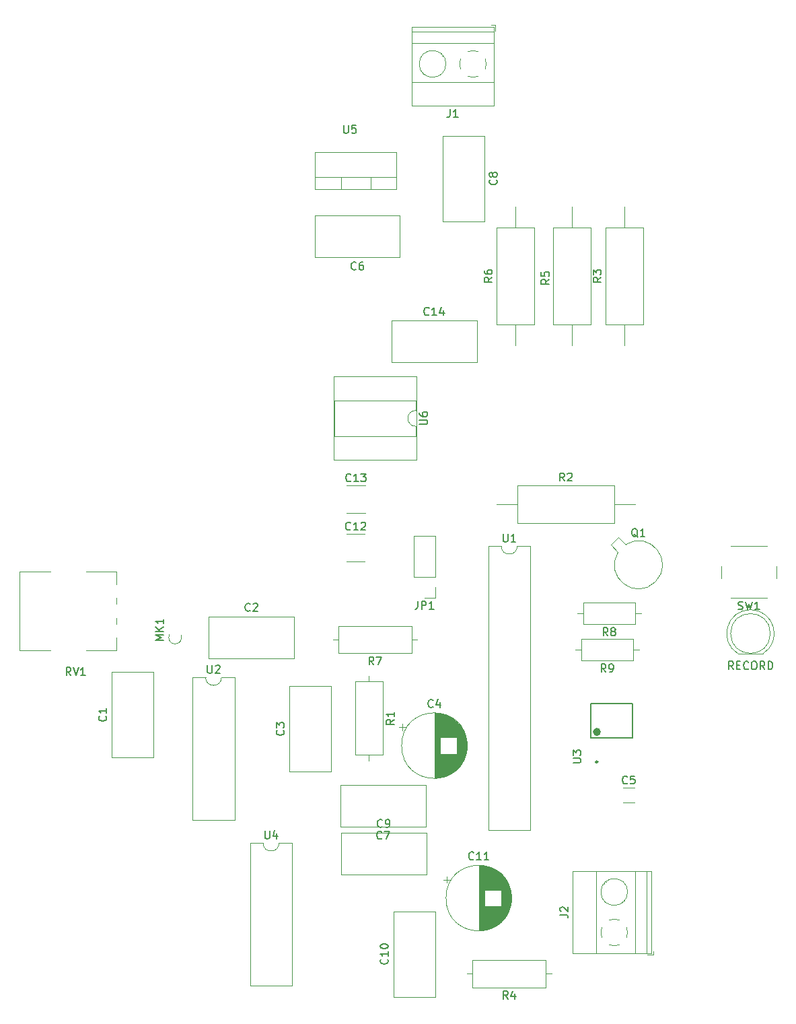
<source format=gbr>
%TF.GenerationSoftware,KiCad,Pcbnew,(5.1.10)-1*%
%TF.CreationDate,2021-11-16T23:10:03+01:00*%
%TF.ProjectId,Looper,4c6f6f70-6572-42e6-9b69-6361645f7063,rev?*%
%TF.SameCoordinates,Original*%
%TF.FileFunction,Legend,Top*%
%TF.FilePolarity,Positive*%
%FSLAX46Y46*%
G04 Gerber Fmt 4.6, Leading zero omitted, Abs format (unit mm)*
G04 Created by KiCad (PCBNEW (5.1.10)-1) date 2021-11-16 23:10:03*
%MOMM*%
%LPD*%
G01*
G04 APERTURE LIST*
%ADD10C,0.120000*%
%ADD11C,0.150000*%
%ADD12C,0.500000*%
%ADD13C,0.250000*%
G04 APERTURE END LIST*
D10*
%TO.C,SW1*%
X233661000Y-88313000D02*
X233661000Y-89813000D01*
X234911000Y-92313000D02*
X239411000Y-92313000D01*
X240661000Y-89813000D02*
X240661000Y-88313000D01*
X239411000Y-85813000D02*
X234911000Y-85813000D01*
%TO.C,R9*%
X215289000Y-98806000D02*
X216059000Y-98806000D01*
X223369000Y-98806000D02*
X222599000Y-98806000D01*
X216059000Y-100176000D02*
X222599000Y-100176000D01*
X216059000Y-97436000D02*
X216059000Y-100176000D01*
X222599000Y-97436000D02*
X216059000Y-97436000D01*
X222599000Y-100176000D02*
X222599000Y-97436000D01*
%TO.C,R8*%
X215543000Y-94234000D02*
X216313000Y-94234000D01*
X223623000Y-94234000D02*
X222853000Y-94234000D01*
X216313000Y-95604000D02*
X222853000Y-95604000D01*
X216313000Y-92864000D02*
X216313000Y-95604000D01*
X222853000Y-92864000D02*
X216313000Y-92864000D01*
X222853000Y-95604000D02*
X222853000Y-92864000D01*
%TO.C,Q1*%
X219781552Y-85643501D02*
X220693719Y-86555669D01*
X220771501Y-84653552D02*
X219781552Y-85643501D01*
X221683669Y-85565719D02*
X220771501Y-84653552D01*
X220693850Y-86555456D02*
G75*
G03*
X221683669Y-85565719I2572150J-1582544D01*
G01*
%TO.C,RECORD*%
X235818000Y-99334000D02*
X238908000Y-99334000D01*
X239863000Y-96774000D02*
G75*
G03*
X239863000Y-96774000I-2500000J0D01*
G01*
X237362538Y-93784000D02*
G75*
G02*
X238907830Y-99334000I462J-2990000D01*
G01*
X237363462Y-93784000D02*
G75*
G03*
X235818170Y-99334000I-462J-2990000D01*
G01*
%TO.C,J1*%
X205278000Y-20246000D02*
X204778000Y-20246000D01*
X205278000Y-20986000D02*
X205278000Y-20246000D01*
X198585000Y-24123000D02*
X198632000Y-24077000D01*
X196288000Y-26421000D02*
X196323000Y-26385000D01*
X198392000Y-23907000D02*
X198427000Y-23872000D01*
X196083000Y-26215000D02*
X196130000Y-26169000D01*
X194758000Y-30407000D02*
X194758000Y-20486000D01*
X205038000Y-30407000D02*
X205038000Y-20486000D01*
X205038000Y-20486000D02*
X194758000Y-20486000D01*
X205038000Y-30407000D02*
X194758000Y-30407000D01*
X205038000Y-27447000D02*
X194758000Y-27447000D01*
X205038000Y-22546000D02*
X194758000Y-22546000D01*
X205038000Y-21046000D02*
X194758000Y-21046000D01*
X199038000Y-25146000D02*
G75*
G03*
X199038000Y-25146000I-1680000J0D01*
G01*
X202409195Y-23465747D02*
G75*
G02*
X203122000Y-23611000I28805J-1680253D01*
G01*
X203973426Y-24462958D02*
G75*
G02*
X203973000Y-25830000I-1535426J-683042D01*
G01*
X203121042Y-26681426D02*
G75*
G02*
X201754000Y-26681000I-683042J1535426D01*
G01*
X200902574Y-25829042D02*
G75*
G02*
X200903000Y-24462000I1535426J683042D01*
G01*
X201754682Y-23611244D02*
G75*
G02*
X202438000Y-23466000I683318J-1534756D01*
G01*
%TO.C,U2*%
X168799000Y-102302000D02*
X167149000Y-102302000D01*
X167149000Y-102302000D02*
X167149000Y-120202000D01*
X167149000Y-120202000D02*
X172449000Y-120202000D01*
X172449000Y-120202000D02*
X172449000Y-102302000D01*
X172449000Y-102302000D02*
X170799000Y-102302000D01*
X170799000Y-102302000D02*
G75*
G02*
X168799000Y-102302000I-1000000J0D01*
G01*
%TO.C,R7*%
X184809000Y-97536000D02*
X185499000Y-97536000D01*
X195429000Y-97536000D02*
X194739000Y-97536000D01*
X185499000Y-99256000D02*
X194739000Y-99256000D01*
X185499000Y-95816000D02*
X185499000Y-99256000D01*
X194739000Y-95816000D02*
X185499000Y-95816000D01*
X194739000Y-99256000D02*
X194739000Y-95816000D01*
%TO.C,R4*%
X201700000Y-139573000D02*
X202390000Y-139573000D01*
X212320000Y-139573000D02*
X211630000Y-139573000D01*
X202390000Y-141293000D02*
X211630000Y-141293000D01*
X202390000Y-137853000D02*
X202390000Y-141293000D01*
X211630000Y-137853000D02*
X202390000Y-137853000D01*
X211630000Y-141293000D02*
X211630000Y-137853000D01*
%TO.C,R1*%
X189357000Y-112752000D02*
X189357000Y-112062000D01*
X189357000Y-102132000D02*
X189357000Y-102822000D01*
X191077000Y-112062000D02*
X191077000Y-102822000D01*
X187637000Y-112062000D02*
X191077000Y-112062000D01*
X187637000Y-102822000D02*
X187637000Y-112062000D01*
X191077000Y-102822000D02*
X187637000Y-102822000D01*
%TO.C,U6*%
X195319000Y-74973000D02*
X195319000Y-64473000D01*
X184919000Y-74973000D02*
X195319000Y-74973000D01*
X184919000Y-64473000D02*
X184919000Y-74973000D01*
X195319000Y-64473000D02*
X184919000Y-64473000D01*
X195259000Y-71973000D02*
X195259000Y-70723000D01*
X184979000Y-71973000D02*
X195259000Y-71973000D01*
X184979000Y-67473000D02*
X184979000Y-71973000D01*
X195259000Y-67473000D02*
X184979000Y-67473000D01*
X195259000Y-68723000D02*
X195259000Y-67473000D01*
X195259000Y-70723000D02*
G75*
G02*
X195259000Y-68723000I0J1000000D01*
G01*
%TO.C,C6*%
X193263000Y-49483000D02*
X182523000Y-49483000D01*
X193263000Y-44243000D02*
X182523000Y-44243000D01*
X193263000Y-49483000D02*
X193263000Y-44243000D01*
X182523000Y-49483000D02*
X182523000Y-44243000D01*
%TO.C,C14*%
X192182000Y-57451000D02*
X202922000Y-57451000D01*
X192182000Y-62691000D02*
X202922000Y-62691000D01*
X192182000Y-57451000D02*
X192182000Y-62691000D01*
X202922000Y-57451000D02*
X202922000Y-62691000D01*
%TO.C,U4*%
X176038000Y-123130000D02*
X174388000Y-123130000D01*
X174388000Y-123130000D02*
X174388000Y-141030000D01*
X174388000Y-141030000D02*
X179688000Y-141030000D01*
X179688000Y-141030000D02*
X179688000Y-123130000D01*
X179688000Y-123130000D02*
X178038000Y-123130000D01*
X178038000Y-123130000D02*
G75*
G02*
X176038000Y-123130000I-1000000J0D01*
G01*
%TO.C,C9*%
X185832000Y-121840000D02*
X196572000Y-121840000D01*
X185832000Y-127080000D02*
X196572000Y-127080000D01*
X185832000Y-121840000D02*
X185832000Y-127080000D01*
X196572000Y-121840000D02*
X196572000Y-127080000D01*
%TO.C,C10*%
X192452000Y-142463000D02*
X192452000Y-131723000D01*
X197692000Y-142463000D02*
X197692000Y-131723000D01*
X192452000Y-142463000D02*
X197692000Y-142463000D01*
X192452000Y-131723000D02*
X197692000Y-131723000D01*
%TO.C,C7*%
X196514200Y-121060200D02*
X185774200Y-121060200D01*
X196514200Y-115820200D02*
X185774200Y-115820200D01*
X196514200Y-121060200D02*
X196514200Y-115820200D01*
X185774200Y-121060200D02*
X185774200Y-115820200D01*
%TO.C,U5*%
X192826000Y-40862000D02*
X182586000Y-40862000D01*
X192826000Y-36221000D02*
X182586000Y-36221000D01*
X192826000Y-40862000D02*
X192826000Y-36221000D01*
X182586000Y-40862000D02*
X182586000Y-36221000D01*
X192826000Y-39352000D02*
X182586000Y-39352000D01*
X189556000Y-40862000D02*
X189556000Y-39352000D01*
X185855000Y-40862000D02*
X185855000Y-39352000D01*
%TO.C,C8*%
X203915000Y-34194000D02*
X203915000Y-44934000D01*
X198675000Y-34194000D02*
X198675000Y-44934000D01*
X203915000Y-34194000D02*
X198675000Y-34194000D01*
X203915000Y-44934000D02*
X198675000Y-44934000D01*
D11*
%TO.C,U3*%
X222543200Y-109904468D02*
X217283200Y-109904468D01*
X217283200Y-109904468D02*
X217283200Y-105589132D01*
X217283200Y-105589132D02*
X222543200Y-105589132D01*
X222543200Y-105589132D02*
X222543200Y-109904468D01*
D12*
X218283200Y-109154468D02*
G75*
G03*
X218283200Y-109154468I-250000J0D01*
G01*
D13*
X218133200Y-112919900D02*
G75*
G03*
X218133200Y-112919900I-125000J0D01*
G01*
D10*
%TO.C,C5*%
X221323248Y-116184000D02*
X222745752Y-116184000D01*
X221323248Y-118004000D02*
X222745752Y-118004000D01*
%TO.C,C3*%
X179371000Y-114142000D02*
X179371000Y-103402000D01*
X184611000Y-114142000D02*
X184611000Y-103402000D01*
X179371000Y-114142000D02*
X184611000Y-114142000D01*
X179371000Y-103402000D02*
X184611000Y-103402000D01*
%TO.C,C2*%
X169195000Y-94662000D02*
X179935000Y-94662000D01*
X169195000Y-99902000D02*
X179935000Y-99902000D01*
X169195000Y-94662000D02*
X169195000Y-99902000D01*
X179935000Y-94662000D02*
X179935000Y-99902000D01*
%TO.C,C1*%
X157019000Y-112364000D02*
X157019000Y-101624000D01*
X162259000Y-112364000D02*
X162259000Y-101624000D01*
X157019000Y-112364000D02*
X162259000Y-112364000D01*
X157019000Y-101624000D02*
X162259000Y-101624000D01*
%TO.C,MK1*%
X165722359Y-96961905D02*
G75*
G02*
X164273000Y-96864867I-749359J-320095D01*
G01*
%TO.C,U1*%
X206010000Y-85792000D02*
X204360000Y-85792000D01*
X204360000Y-85792000D02*
X204360000Y-121472000D01*
X204360000Y-121472000D02*
X209660000Y-121472000D01*
X209660000Y-121472000D02*
X209660000Y-85792000D01*
X209660000Y-85792000D02*
X208010000Y-85792000D01*
X208010000Y-85792000D02*
G75*
G02*
X206010000Y-85792000I-1000000J0D01*
G01*
%TO.C,RV1*%
X157616000Y-98910000D02*
X153751000Y-98910000D01*
X149241000Y-98910000D02*
X145376000Y-98910000D01*
X157616000Y-88970000D02*
X153751000Y-88970000D01*
X149241000Y-88970000D02*
X145376000Y-88970000D01*
X157616000Y-98910000D02*
X157616000Y-97311000D01*
X157616000Y-95569000D02*
X157616000Y-94810000D01*
X157616000Y-93069000D02*
X157616000Y-92310000D01*
X157616000Y-90570000D02*
X157616000Y-88970000D01*
X145376000Y-98910000D02*
X145376000Y-88970000D01*
%TO.C,R6*%
X205402000Y-57886000D02*
X210142000Y-57886000D01*
X210142000Y-57886000D02*
X210142000Y-45746000D01*
X210142000Y-45746000D02*
X205402000Y-45746000D01*
X205402000Y-45746000D02*
X205402000Y-57886000D01*
X207772000Y-60536000D02*
X207772000Y-57886000D01*
X207772000Y-43096000D02*
X207772000Y-45746000D01*
%TO.C,R5*%
X217254000Y-45746000D02*
X212514000Y-45746000D01*
X212514000Y-45746000D02*
X212514000Y-57886000D01*
X212514000Y-57886000D02*
X217254000Y-57886000D01*
X217254000Y-57886000D02*
X217254000Y-45746000D01*
X214884000Y-43096000D02*
X214884000Y-45746000D01*
X214884000Y-60536000D02*
X214884000Y-57886000D01*
%TO.C,R3*%
X219118000Y-57886000D02*
X223858000Y-57886000D01*
X223858000Y-57886000D02*
X223858000Y-45746000D01*
X223858000Y-45746000D02*
X219118000Y-45746000D01*
X219118000Y-45746000D02*
X219118000Y-57886000D01*
X221488000Y-60536000D02*
X221488000Y-57886000D01*
X221488000Y-43096000D02*
X221488000Y-45746000D01*
%TO.C,R2*%
X208052000Y-78148000D02*
X208052000Y-82888000D01*
X208052000Y-82888000D02*
X220192000Y-82888000D01*
X220192000Y-82888000D02*
X220192000Y-78148000D01*
X220192000Y-78148000D02*
X208052000Y-78148000D01*
X205402000Y-80518000D02*
X208052000Y-80518000D01*
X222842000Y-80518000D02*
X220192000Y-80518000D01*
%TO.C,JP1*%
X197672000Y-84522000D02*
X195012000Y-84522000D01*
X197672000Y-89662000D02*
X197672000Y-84522000D01*
X195012000Y-89662000D02*
X195012000Y-84522000D01*
X197672000Y-89662000D02*
X195012000Y-89662000D01*
X197672000Y-90932000D02*
X197672000Y-92262000D01*
X197672000Y-92262000D02*
X196342000Y-92262000D01*
%TO.C,J2*%
X221898000Y-129286000D02*
G75*
G03*
X221898000Y-129286000I-1680000J0D01*
G01*
X224318000Y-136966000D02*
X224318000Y-126686000D01*
X222818000Y-136966000D02*
X222818000Y-126686000D01*
X217917000Y-136966000D02*
X217917000Y-126686000D01*
X214957000Y-136966000D02*
X214957000Y-126686000D01*
X224878000Y-136966000D02*
X224878000Y-126686000D01*
X214957000Y-136966000D02*
X224878000Y-136966000D01*
X214957000Y-126686000D02*
X224878000Y-126686000D01*
X219149000Y-128011000D02*
X219195000Y-128058000D01*
X221457000Y-130320000D02*
X221492000Y-130355000D01*
X218943000Y-128216000D02*
X218979000Y-128251000D01*
X221241000Y-130513000D02*
X221287000Y-130560000D01*
X224378000Y-137206000D02*
X225118000Y-137206000D01*
X225118000Y-137206000D02*
X225118000Y-136706000D01*
X221898253Y-134337195D02*
G75*
G02*
X221753000Y-135050000I-1680253J-28805D01*
G01*
X220901042Y-135901426D02*
G75*
G02*
X219534000Y-135901000I-683042J1535426D01*
G01*
X218682574Y-135049042D02*
G75*
G02*
X218683000Y-133682000I1535426J683042D01*
G01*
X219534958Y-132830574D02*
G75*
G02*
X220902000Y-132831000I683042J-1535426D01*
G01*
X221752756Y-133682682D02*
G75*
G02*
X221898000Y-134366000I-1534756J-683318D01*
G01*
%TO.C,C13*%
X186544748Y-78173000D02*
X188867252Y-78173000D01*
X186544748Y-81593000D02*
X188867252Y-81593000D01*
%TO.C,C12*%
X186523248Y-84269000D02*
X188845752Y-84269000D01*
X186523248Y-87689000D02*
X188845752Y-87689000D01*
%TO.C,C11*%
X207292000Y-130048000D02*
G75*
G03*
X207292000Y-130048000I-4120000J0D01*
G01*
X203172000Y-125968000D02*
X203172000Y-134128000D01*
X203212000Y-125968000D02*
X203212000Y-134128000D01*
X203252000Y-125968000D02*
X203252000Y-134128000D01*
X203292000Y-125969000D02*
X203292000Y-134127000D01*
X203332000Y-125971000D02*
X203332000Y-134125000D01*
X203372000Y-125972000D02*
X203372000Y-134124000D01*
X203412000Y-125974000D02*
X203412000Y-134122000D01*
X203452000Y-125977000D02*
X203452000Y-134119000D01*
X203492000Y-125980000D02*
X203492000Y-134116000D01*
X203532000Y-125983000D02*
X203532000Y-134113000D01*
X203572000Y-125987000D02*
X203572000Y-134109000D01*
X203612000Y-125991000D02*
X203612000Y-134105000D01*
X203652000Y-125996000D02*
X203652000Y-134100000D01*
X203692000Y-126000000D02*
X203692000Y-134096000D01*
X203732000Y-126006000D02*
X203732000Y-134090000D01*
X203772000Y-126011000D02*
X203772000Y-134085000D01*
X203812000Y-126018000D02*
X203812000Y-134078000D01*
X203852000Y-126024000D02*
X203852000Y-134072000D01*
X203893000Y-126031000D02*
X203893000Y-129008000D01*
X203893000Y-131088000D02*
X203893000Y-134065000D01*
X203933000Y-126038000D02*
X203933000Y-129008000D01*
X203933000Y-131088000D02*
X203933000Y-134058000D01*
X203973000Y-126046000D02*
X203973000Y-129008000D01*
X203973000Y-131088000D02*
X203973000Y-134050000D01*
X204013000Y-126054000D02*
X204013000Y-129008000D01*
X204013000Y-131088000D02*
X204013000Y-134042000D01*
X204053000Y-126063000D02*
X204053000Y-129008000D01*
X204053000Y-131088000D02*
X204053000Y-134033000D01*
X204093000Y-126072000D02*
X204093000Y-129008000D01*
X204093000Y-131088000D02*
X204093000Y-134024000D01*
X204133000Y-126081000D02*
X204133000Y-129008000D01*
X204133000Y-131088000D02*
X204133000Y-134015000D01*
X204173000Y-126091000D02*
X204173000Y-129008000D01*
X204173000Y-131088000D02*
X204173000Y-134005000D01*
X204213000Y-126101000D02*
X204213000Y-129008000D01*
X204213000Y-131088000D02*
X204213000Y-133995000D01*
X204253000Y-126112000D02*
X204253000Y-129008000D01*
X204253000Y-131088000D02*
X204253000Y-133984000D01*
X204293000Y-126123000D02*
X204293000Y-129008000D01*
X204293000Y-131088000D02*
X204293000Y-133973000D01*
X204333000Y-126134000D02*
X204333000Y-129008000D01*
X204333000Y-131088000D02*
X204333000Y-133962000D01*
X204373000Y-126146000D02*
X204373000Y-129008000D01*
X204373000Y-131088000D02*
X204373000Y-133950000D01*
X204413000Y-126159000D02*
X204413000Y-129008000D01*
X204413000Y-131088000D02*
X204413000Y-133937000D01*
X204453000Y-126171000D02*
X204453000Y-129008000D01*
X204453000Y-131088000D02*
X204453000Y-133925000D01*
X204493000Y-126185000D02*
X204493000Y-129008000D01*
X204493000Y-131088000D02*
X204493000Y-133911000D01*
X204533000Y-126198000D02*
X204533000Y-129008000D01*
X204533000Y-131088000D02*
X204533000Y-133898000D01*
X204573000Y-126213000D02*
X204573000Y-129008000D01*
X204573000Y-131088000D02*
X204573000Y-133883000D01*
X204613000Y-126227000D02*
X204613000Y-129008000D01*
X204613000Y-131088000D02*
X204613000Y-133869000D01*
X204653000Y-126243000D02*
X204653000Y-129008000D01*
X204653000Y-131088000D02*
X204653000Y-133853000D01*
X204693000Y-126258000D02*
X204693000Y-129008000D01*
X204693000Y-131088000D02*
X204693000Y-133838000D01*
X204733000Y-126274000D02*
X204733000Y-129008000D01*
X204733000Y-131088000D02*
X204733000Y-133822000D01*
X204773000Y-126291000D02*
X204773000Y-129008000D01*
X204773000Y-131088000D02*
X204773000Y-133805000D01*
X204813000Y-126308000D02*
X204813000Y-129008000D01*
X204813000Y-131088000D02*
X204813000Y-133788000D01*
X204853000Y-126326000D02*
X204853000Y-129008000D01*
X204853000Y-131088000D02*
X204853000Y-133770000D01*
X204893000Y-126344000D02*
X204893000Y-129008000D01*
X204893000Y-131088000D02*
X204893000Y-133752000D01*
X204933000Y-126362000D02*
X204933000Y-129008000D01*
X204933000Y-131088000D02*
X204933000Y-133734000D01*
X204973000Y-126382000D02*
X204973000Y-129008000D01*
X204973000Y-131088000D02*
X204973000Y-133714000D01*
X205013000Y-126401000D02*
X205013000Y-129008000D01*
X205013000Y-131088000D02*
X205013000Y-133695000D01*
X205053000Y-126421000D02*
X205053000Y-129008000D01*
X205053000Y-131088000D02*
X205053000Y-133675000D01*
X205093000Y-126442000D02*
X205093000Y-129008000D01*
X205093000Y-131088000D02*
X205093000Y-133654000D01*
X205133000Y-126464000D02*
X205133000Y-129008000D01*
X205133000Y-131088000D02*
X205133000Y-133632000D01*
X205173000Y-126486000D02*
X205173000Y-129008000D01*
X205173000Y-131088000D02*
X205173000Y-133610000D01*
X205213000Y-126508000D02*
X205213000Y-129008000D01*
X205213000Y-131088000D02*
X205213000Y-133588000D01*
X205253000Y-126531000D02*
X205253000Y-129008000D01*
X205253000Y-131088000D02*
X205253000Y-133565000D01*
X205293000Y-126555000D02*
X205293000Y-129008000D01*
X205293000Y-131088000D02*
X205293000Y-133541000D01*
X205333000Y-126579000D02*
X205333000Y-129008000D01*
X205333000Y-131088000D02*
X205333000Y-133517000D01*
X205373000Y-126604000D02*
X205373000Y-129008000D01*
X205373000Y-131088000D02*
X205373000Y-133492000D01*
X205413000Y-126630000D02*
X205413000Y-129008000D01*
X205413000Y-131088000D02*
X205413000Y-133466000D01*
X205453000Y-126656000D02*
X205453000Y-129008000D01*
X205453000Y-131088000D02*
X205453000Y-133440000D01*
X205493000Y-126683000D02*
X205493000Y-129008000D01*
X205493000Y-131088000D02*
X205493000Y-133413000D01*
X205533000Y-126710000D02*
X205533000Y-129008000D01*
X205533000Y-131088000D02*
X205533000Y-133386000D01*
X205573000Y-126739000D02*
X205573000Y-129008000D01*
X205573000Y-131088000D02*
X205573000Y-133357000D01*
X205613000Y-126768000D02*
X205613000Y-129008000D01*
X205613000Y-131088000D02*
X205613000Y-133328000D01*
X205653000Y-126798000D02*
X205653000Y-129008000D01*
X205653000Y-131088000D02*
X205653000Y-133298000D01*
X205693000Y-126828000D02*
X205693000Y-129008000D01*
X205693000Y-131088000D02*
X205693000Y-133268000D01*
X205733000Y-126859000D02*
X205733000Y-129008000D01*
X205733000Y-131088000D02*
X205733000Y-133237000D01*
X205773000Y-126892000D02*
X205773000Y-129008000D01*
X205773000Y-131088000D02*
X205773000Y-133204000D01*
X205813000Y-126924000D02*
X205813000Y-129008000D01*
X205813000Y-131088000D02*
X205813000Y-133172000D01*
X205853000Y-126958000D02*
X205853000Y-129008000D01*
X205853000Y-131088000D02*
X205853000Y-133138000D01*
X205893000Y-126993000D02*
X205893000Y-129008000D01*
X205893000Y-131088000D02*
X205893000Y-133103000D01*
X205933000Y-127029000D02*
X205933000Y-129008000D01*
X205933000Y-131088000D02*
X205933000Y-133067000D01*
X205973000Y-127065000D02*
X205973000Y-133031000D01*
X206013000Y-127103000D02*
X206013000Y-132993000D01*
X206053000Y-127141000D02*
X206053000Y-132955000D01*
X206093000Y-127181000D02*
X206093000Y-132915000D01*
X206133000Y-127222000D02*
X206133000Y-132874000D01*
X206173000Y-127264000D02*
X206173000Y-132832000D01*
X206213000Y-127307000D02*
X206213000Y-132789000D01*
X206253000Y-127351000D02*
X206253000Y-132745000D01*
X206293000Y-127397000D02*
X206293000Y-132699000D01*
X206333000Y-127444000D02*
X206333000Y-132652000D01*
X206373000Y-127492000D02*
X206373000Y-132604000D01*
X206413000Y-127543000D02*
X206413000Y-132553000D01*
X206453000Y-127594000D02*
X206453000Y-132502000D01*
X206493000Y-127648000D02*
X206493000Y-132448000D01*
X206533000Y-127703000D02*
X206533000Y-132393000D01*
X206573000Y-127761000D02*
X206573000Y-132335000D01*
X206613000Y-127820000D02*
X206613000Y-132276000D01*
X206653000Y-127882000D02*
X206653000Y-132214000D01*
X206693000Y-127946000D02*
X206693000Y-132150000D01*
X206733000Y-128014000D02*
X206733000Y-132082000D01*
X206773000Y-128084000D02*
X206773000Y-132012000D01*
X206813000Y-128158000D02*
X206813000Y-131938000D01*
X206853000Y-128235000D02*
X206853000Y-131861000D01*
X206893000Y-128317000D02*
X206893000Y-131779000D01*
X206933000Y-128403000D02*
X206933000Y-131693000D01*
X206973000Y-128496000D02*
X206973000Y-131600000D01*
X207013000Y-128595000D02*
X207013000Y-131501000D01*
X207053000Y-128702000D02*
X207053000Y-131394000D01*
X207093000Y-128819000D02*
X207093000Y-131277000D01*
X207133000Y-128950000D02*
X207133000Y-131146000D01*
X207173000Y-129100000D02*
X207173000Y-130996000D01*
X207213000Y-129280000D02*
X207213000Y-130816000D01*
X207253000Y-129515000D02*
X207253000Y-130581000D01*
X198762302Y-127733000D02*
X199562302Y-127733000D01*
X199162302Y-127333000D02*
X199162302Y-128133000D01*
%TO.C,C4*%
X201704000Y-110871000D02*
G75*
G03*
X201704000Y-110871000I-4120000J0D01*
G01*
X197584000Y-106791000D02*
X197584000Y-114951000D01*
X197624000Y-106791000D02*
X197624000Y-114951000D01*
X197664000Y-106791000D02*
X197664000Y-114951000D01*
X197704000Y-106792000D02*
X197704000Y-114950000D01*
X197744000Y-106794000D02*
X197744000Y-114948000D01*
X197784000Y-106795000D02*
X197784000Y-114947000D01*
X197824000Y-106797000D02*
X197824000Y-114945000D01*
X197864000Y-106800000D02*
X197864000Y-114942000D01*
X197904000Y-106803000D02*
X197904000Y-114939000D01*
X197944000Y-106806000D02*
X197944000Y-114936000D01*
X197984000Y-106810000D02*
X197984000Y-114932000D01*
X198024000Y-106814000D02*
X198024000Y-114928000D01*
X198064000Y-106819000D02*
X198064000Y-114923000D01*
X198104000Y-106823000D02*
X198104000Y-114919000D01*
X198144000Y-106829000D02*
X198144000Y-114913000D01*
X198184000Y-106834000D02*
X198184000Y-114908000D01*
X198224000Y-106841000D02*
X198224000Y-114901000D01*
X198264000Y-106847000D02*
X198264000Y-114895000D01*
X198305000Y-106854000D02*
X198305000Y-109831000D01*
X198305000Y-111911000D02*
X198305000Y-114888000D01*
X198345000Y-106861000D02*
X198345000Y-109831000D01*
X198345000Y-111911000D02*
X198345000Y-114881000D01*
X198385000Y-106869000D02*
X198385000Y-109831000D01*
X198385000Y-111911000D02*
X198385000Y-114873000D01*
X198425000Y-106877000D02*
X198425000Y-109831000D01*
X198425000Y-111911000D02*
X198425000Y-114865000D01*
X198465000Y-106886000D02*
X198465000Y-109831000D01*
X198465000Y-111911000D02*
X198465000Y-114856000D01*
X198505000Y-106895000D02*
X198505000Y-109831000D01*
X198505000Y-111911000D02*
X198505000Y-114847000D01*
X198545000Y-106904000D02*
X198545000Y-109831000D01*
X198545000Y-111911000D02*
X198545000Y-114838000D01*
X198585000Y-106914000D02*
X198585000Y-109831000D01*
X198585000Y-111911000D02*
X198585000Y-114828000D01*
X198625000Y-106924000D02*
X198625000Y-109831000D01*
X198625000Y-111911000D02*
X198625000Y-114818000D01*
X198665000Y-106935000D02*
X198665000Y-109831000D01*
X198665000Y-111911000D02*
X198665000Y-114807000D01*
X198705000Y-106946000D02*
X198705000Y-109831000D01*
X198705000Y-111911000D02*
X198705000Y-114796000D01*
X198745000Y-106957000D02*
X198745000Y-109831000D01*
X198745000Y-111911000D02*
X198745000Y-114785000D01*
X198785000Y-106969000D02*
X198785000Y-109831000D01*
X198785000Y-111911000D02*
X198785000Y-114773000D01*
X198825000Y-106982000D02*
X198825000Y-109831000D01*
X198825000Y-111911000D02*
X198825000Y-114760000D01*
X198865000Y-106994000D02*
X198865000Y-109831000D01*
X198865000Y-111911000D02*
X198865000Y-114748000D01*
X198905000Y-107008000D02*
X198905000Y-109831000D01*
X198905000Y-111911000D02*
X198905000Y-114734000D01*
X198945000Y-107021000D02*
X198945000Y-109831000D01*
X198945000Y-111911000D02*
X198945000Y-114721000D01*
X198985000Y-107036000D02*
X198985000Y-109831000D01*
X198985000Y-111911000D02*
X198985000Y-114706000D01*
X199025000Y-107050000D02*
X199025000Y-109831000D01*
X199025000Y-111911000D02*
X199025000Y-114692000D01*
X199065000Y-107066000D02*
X199065000Y-109831000D01*
X199065000Y-111911000D02*
X199065000Y-114676000D01*
X199105000Y-107081000D02*
X199105000Y-109831000D01*
X199105000Y-111911000D02*
X199105000Y-114661000D01*
X199145000Y-107097000D02*
X199145000Y-109831000D01*
X199145000Y-111911000D02*
X199145000Y-114645000D01*
X199185000Y-107114000D02*
X199185000Y-109831000D01*
X199185000Y-111911000D02*
X199185000Y-114628000D01*
X199225000Y-107131000D02*
X199225000Y-109831000D01*
X199225000Y-111911000D02*
X199225000Y-114611000D01*
X199265000Y-107149000D02*
X199265000Y-109831000D01*
X199265000Y-111911000D02*
X199265000Y-114593000D01*
X199305000Y-107167000D02*
X199305000Y-109831000D01*
X199305000Y-111911000D02*
X199305000Y-114575000D01*
X199345000Y-107185000D02*
X199345000Y-109831000D01*
X199345000Y-111911000D02*
X199345000Y-114557000D01*
X199385000Y-107205000D02*
X199385000Y-109831000D01*
X199385000Y-111911000D02*
X199385000Y-114537000D01*
X199425000Y-107224000D02*
X199425000Y-109831000D01*
X199425000Y-111911000D02*
X199425000Y-114518000D01*
X199465000Y-107244000D02*
X199465000Y-109831000D01*
X199465000Y-111911000D02*
X199465000Y-114498000D01*
X199505000Y-107265000D02*
X199505000Y-109831000D01*
X199505000Y-111911000D02*
X199505000Y-114477000D01*
X199545000Y-107287000D02*
X199545000Y-109831000D01*
X199545000Y-111911000D02*
X199545000Y-114455000D01*
X199585000Y-107309000D02*
X199585000Y-109831000D01*
X199585000Y-111911000D02*
X199585000Y-114433000D01*
X199625000Y-107331000D02*
X199625000Y-109831000D01*
X199625000Y-111911000D02*
X199625000Y-114411000D01*
X199665000Y-107354000D02*
X199665000Y-109831000D01*
X199665000Y-111911000D02*
X199665000Y-114388000D01*
X199705000Y-107378000D02*
X199705000Y-109831000D01*
X199705000Y-111911000D02*
X199705000Y-114364000D01*
X199745000Y-107402000D02*
X199745000Y-109831000D01*
X199745000Y-111911000D02*
X199745000Y-114340000D01*
X199785000Y-107427000D02*
X199785000Y-109831000D01*
X199785000Y-111911000D02*
X199785000Y-114315000D01*
X199825000Y-107453000D02*
X199825000Y-109831000D01*
X199825000Y-111911000D02*
X199825000Y-114289000D01*
X199865000Y-107479000D02*
X199865000Y-109831000D01*
X199865000Y-111911000D02*
X199865000Y-114263000D01*
X199905000Y-107506000D02*
X199905000Y-109831000D01*
X199905000Y-111911000D02*
X199905000Y-114236000D01*
X199945000Y-107533000D02*
X199945000Y-109831000D01*
X199945000Y-111911000D02*
X199945000Y-114209000D01*
X199985000Y-107562000D02*
X199985000Y-109831000D01*
X199985000Y-111911000D02*
X199985000Y-114180000D01*
X200025000Y-107591000D02*
X200025000Y-109831000D01*
X200025000Y-111911000D02*
X200025000Y-114151000D01*
X200065000Y-107621000D02*
X200065000Y-109831000D01*
X200065000Y-111911000D02*
X200065000Y-114121000D01*
X200105000Y-107651000D02*
X200105000Y-109831000D01*
X200105000Y-111911000D02*
X200105000Y-114091000D01*
X200145000Y-107682000D02*
X200145000Y-109831000D01*
X200145000Y-111911000D02*
X200145000Y-114060000D01*
X200185000Y-107715000D02*
X200185000Y-109831000D01*
X200185000Y-111911000D02*
X200185000Y-114027000D01*
X200225000Y-107747000D02*
X200225000Y-109831000D01*
X200225000Y-111911000D02*
X200225000Y-113995000D01*
X200265000Y-107781000D02*
X200265000Y-109831000D01*
X200265000Y-111911000D02*
X200265000Y-113961000D01*
X200305000Y-107816000D02*
X200305000Y-109831000D01*
X200305000Y-111911000D02*
X200305000Y-113926000D01*
X200345000Y-107852000D02*
X200345000Y-109831000D01*
X200345000Y-111911000D02*
X200345000Y-113890000D01*
X200385000Y-107888000D02*
X200385000Y-113854000D01*
X200425000Y-107926000D02*
X200425000Y-113816000D01*
X200465000Y-107964000D02*
X200465000Y-113778000D01*
X200505000Y-108004000D02*
X200505000Y-113738000D01*
X200545000Y-108045000D02*
X200545000Y-113697000D01*
X200585000Y-108087000D02*
X200585000Y-113655000D01*
X200625000Y-108130000D02*
X200625000Y-113612000D01*
X200665000Y-108174000D02*
X200665000Y-113568000D01*
X200705000Y-108220000D02*
X200705000Y-113522000D01*
X200745000Y-108267000D02*
X200745000Y-113475000D01*
X200785000Y-108315000D02*
X200785000Y-113427000D01*
X200825000Y-108366000D02*
X200825000Y-113376000D01*
X200865000Y-108417000D02*
X200865000Y-113325000D01*
X200905000Y-108471000D02*
X200905000Y-113271000D01*
X200945000Y-108526000D02*
X200945000Y-113216000D01*
X200985000Y-108584000D02*
X200985000Y-113158000D01*
X201025000Y-108643000D02*
X201025000Y-113099000D01*
X201065000Y-108705000D02*
X201065000Y-113037000D01*
X201105000Y-108769000D02*
X201105000Y-112973000D01*
X201145000Y-108837000D02*
X201145000Y-112905000D01*
X201185000Y-108907000D02*
X201185000Y-112835000D01*
X201225000Y-108981000D02*
X201225000Y-112761000D01*
X201265000Y-109058000D02*
X201265000Y-112684000D01*
X201305000Y-109140000D02*
X201305000Y-112602000D01*
X201345000Y-109226000D02*
X201345000Y-112516000D01*
X201385000Y-109319000D02*
X201385000Y-112423000D01*
X201425000Y-109418000D02*
X201425000Y-112324000D01*
X201465000Y-109525000D02*
X201465000Y-112217000D01*
X201505000Y-109642000D02*
X201505000Y-112100000D01*
X201545000Y-109773000D02*
X201545000Y-111969000D01*
X201585000Y-109923000D02*
X201585000Y-111819000D01*
X201625000Y-110103000D02*
X201625000Y-111639000D01*
X201665000Y-110338000D02*
X201665000Y-111404000D01*
X193174302Y-108556000D02*
X193974302Y-108556000D01*
X193574302Y-108156000D02*
X193574302Y-108956000D01*
%TO.C,SW1*%
D11*
X235827666Y-93717761D02*
X235970523Y-93765380D01*
X236208619Y-93765380D01*
X236303857Y-93717761D01*
X236351476Y-93670142D01*
X236399095Y-93574904D01*
X236399095Y-93479666D01*
X236351476Y-93384428D01*
X236303857Y-93336809D01*
X236208619Y-93289190D01*
X236018142Y-93241571D01*
X235922904Y-93193952D01*
X235875285Y-93146333D01*
X235827666Y-93051095D01*
X235827666Y-92955857D01*
X235875285Y-92860619D01*
X235922904Y-92813000D01*
X236018142Y-92765380D01*
X236256238Y-92765380D01*
X236399095Y-92813000D01*
X236732428Y-92765380D02*
X236970523Y-93765380D01*
X237161000Y-93051095D01*
X237351476Y-93765380D01*
X237589571Y-92765380D01*
X238494333Y-93765380D02*
X237922904Y-93765380D01*
X238208619Y-93765380D02*
X238208619Y-92765380D01*
X238113380Y-92908238D01*
X238018142Y-93003476D01*
X237922904Y-93051095D01*
%TO.C,R9*%
X219162333Y-101628380D02*
X218829000Y-101152190D01*
X218590904Y-101628380D02*
X218590904Y-100628380D01*
X218971857Y-100628380D01*
X219067095Y-100676000D01*
X219114714Y-100723619D01*
X219162333Y-100818857D01*
X219162333Y-100961714D01*
X219114714Y-101056952D01*
X219067095Y-101104571D01*
X218971857Y-101152190D01*
X218590904Y-101152190D01*
X219638523Y-101628380D02*
X219829000Y-101628380D01*
X219924238Y-101580761D01*
X219971857Y-101533142D01*
X220067095Y-101390285D01*
X220114714Y-101199809D01*
X220114714Y-100818857D01*
X220067095Y-100723619D01*
X220019476Y-100676000D01*
X219924238Y-100628380D01*
X219733761Y-100628380D01*
X219638523Y-100676000D01*
X219590904Y-100723619D01*
X219543285Y-100818857D01*
X219543285Y-101056952D01*
X219590904Y-101152190D01*
X219638523Y-101199809D01*
X219733761Y-101247428D01*
X219924238Y-101247428D01*
X220019476Y-101199809D01*
X220067095Y-101152190D01*
X220114714Y-101056952D01*
%TO.C,R8*%
X219416333Y-97056380D02*
X219083000Y-96580190D01*
X218844904Y-97056380D02*
X218844904Y-96056380D01*
X219225857Y-96056380D01*
X219321095Y-96104000D01*
X219368714Y-96151619D01*
X219416333Y-96246857D01*
X219416333Y-96389714D01*
X219368714Y-96484952D01*
X219321095Y-96532571D01*
X219225857Y-96580190D01*
X218844904Y-96580190D01*
X219987761Y-96484952D02*
X219892523Y-96437333D01*
X219844904Y-96389714D01*
X219797285Y-96294476D01*
X219797285Y-96246857D01*
X219844904Y-96151619D01*
X219892523Y-96104000D01*
X219987761Y-96056380D01*
X220178238Y-96056380D01*
X220273476Y-96104000D01*
X220321095Y-96151619D01*
X220368714Y-96246857D01*
X220368714Y-96294476D01*
X220321095Y-96389714D01*
X220273476Y-96437333D01*
X220178238Y-96484952D01*
X219987761Y-96484952D01*
X219892523Y-96532571D01*
X219844904Y-96580190D01*
X219797285Y-96675428D01*
X219797285Y-96865904D01*
X219844904Y-96961142D01*
X219892523Y-97008761D01*
X219987761Y-97056380D01*
X220178238Y-97056380D01*
X220273476Y-97008761D01*
X220321095Y-96961142D01*
X220368714Y-96865904D01*
X220368714Y-96675428D01*
X220321095Y-96580190D01*
X220273476Y-96532571D01*
X220178238Y-96484952D01*
%TO.C,Q1*%
X223170761Y-84665619D02*
X223075523Y-84618000D01*
X222980285Y-84522761D01*
X222837428Y-84379904D01*
X222742190Y-84332285D01*
X222646952Y-84332285D01*
X222694571Y-84570380D02*
X222599333Y-84522761D01*
X222504095Y-84427523D01*
X222456476Y-84237047D01*
X222456476Y-83903714D01*
X222504095Y-83713238D01*
X222599333Y-83618000D01*
X222694571Y-83570380D01*
X222885047Y-83570380D01*
X222980285Y-83618000D01*
X223075523Y-83713238D01*
X223123142Y-83903714D01*
X223123142Y-84237047D01*
X223075523Y-84427523D01*
X222980285Y-84522761D01*
X222885047Y-84570380D01*
X222694571Y-84570380D01*
X224075523Y-84570380D02*
X223504095Y-84570380D01*
X223789809Y-84570380D02*
X223789809Y-83570380D01*
X223694571Y-83713238D01*
X223599333Y-83808476D01*
X223504095Y-83856095D01*
%TO.C,RECORD*%
X235196333Y-101290380D02*
X234863000Y-100814190D01*
X234624904Y-101290380D02*
X234624904Y-100290380D01*
X235005857Y-100290380D01*
X235101095Y-100338000D01*
X235148714Y-100385619D01*
X235196333Y-100480857D01*
X235196333Y-100623714D01*
X235148714Y-100718952D01*
X235101095Y-100766571D01*
X235005857Y-100814190D01*
X234624904Y-100814190D01*
X235624904Y-100766571D02*
X235958238Y-100766571D01*
X236101095Y-101290380D02*
X235624904Y-101290380D01*
X235624904Y-100290380D01*
X236101095Y-100290380D01*
X237101095Y-101195142D02*
X237053476Y-101242761D01*
X236910619Y-101290380D01*
X236815380Y-101290380D01*
X236672523Y-101242761D01*
X236577285Y-101147523D01*
X236529666Y-101052285D01*
X236482047Y-100861809D01*
X236482047Y-100718952D01*
X236529666Y-100528476D01*
X236577285Y-100433238D01*
X236672523Y-100338000D01*
X236815380Y-100290380D01*
X236910619Y-100290380D01*
X237053476Y-100338000D01*
X237101095Y-100385619D01*
X237720142Y-100290380D02*
X237910619Y-100290380D01*
X238005857Y-100338000D01*
X238101095Y-100433238D01*
X238148714Y-100623714D01*
X238148714Y-100957047D01*
X238101095Y-101147523D01*
X238005857Y-101242761D01*
X237910619Y-101290380D01*
X237720142Y-101290380D01*
X237624904Y-101242761D01*
X237529666Y-101147523D01*
X237482047Y-100957047D01*
X237482047Y-100623714D01*
X237529666Y-100433238D01*
X237624904Y-100338000D01*
X237720142Y-100290380D01*
X239148714Y-101290380D02*
X238815380Y-100814190D01*
X238577285Y-101290380D02*
X238577285Y-100290380D01*
X238958238Y-100290380D01*
X239053476Y-100338000D01*
X239101095Y-100385619D01*
X239148714Y-100480857D01*
X239148714Y-100623714D01*
X239101095Y-100718952D01*
X239053476Y-100766571D01*
X238958238Y-100814190D01*
X238577285Y-100814190D01*
X239577285Y-101290380D02*
X239577285Y-100290380D01*
X239815380Y-100290380D01*
X239958238Y-100338000D01*
X240053476Y-100433238D01*
X240101095Y-100528476D01*
X240148714Y-100718952D01*
X240148714Y-100861809D01*
X240101095Y-101052285D01*
X240053476Y-101147523D01*
X239958238Y-101242761D01*
X239815380Y-101290380D01*
X239577285Y-101290380D01*
%TO.C,J1*%
X199564666Y-30858380D02*
X199564666Y-31572666D01*
X199517047Y-31715523D01*
X199421809Y-31810761D01*
X199278952Y-31858380D01*
X199183714Y-31858380D01*
X200564666Y-31858380D02*
X199993238Y-31858380D01*
X200278952Y-31858380D02*
X200278952Y-30858380D01*
X200183714Y-31001238D01*
X200088476Y-31096476D01*
X199993238Y-31144095D01*
%TO.C,U2*%
X169037095Y-100754380D02*
X169037095Y-101563904D01*
X169084714Y-101659142D01*
X169132333Y-101706761D01*
X169227571Y-101754380D01*
X169418047Y-101754380D01*
X169513285Y-101706761D01*
X169560904Y-101659142D01*
X169608523Y-101563904D01*
X169608523Y-100754380D01*
X170037095Y-100849619D02*
X170084714Y-100802000D01*
X170179952Y-100754380D01*
X170418047Y-100754380D01*
X170513285Y-100802000D01*
X170560904Y-100849619D01*
X170608523Y-100944857D01*
X170608523Y-101040095D01*
X170560904Y-101182952D01*
X169989476Y-101754380D01*
X170608523Y-101754380D01*
%TO.C,R7*%
X189952333Y-100708380D02*
X189619000Y-100232190D01*
X189380904Y-100708380D02*
X189380904Y-99708380D01*
X189761857Y-99708380D01*
X189857095Y-99756000D01*
X189904714Y-99803619D01*
X189952333Y-99898857D01*
X189952333Y-100041714D01*
X189904714Y-100136952D01*
X189857095Y-100184571D01*
X189761857Y-100232190D01*
X189380904Y-100232190D01*
X190285666Y-99708380D02*
X190952333Y-99708380D01*
X190523761Y-100708380D01*
%TO.C,R4*%
X206843333Y-142745380D02*
X206510000Y-142269190D01*
X206271904Y-142745380D02*
X206271904Y-141745380D01*
X206652857Y-141745380D01*
X206748095Y-141793000D01*
X206795714Y-141840619D01*
X206843333Y-141935857D01*
X206843333Y-142078714D01*
X206795714Y-142173952D01*
X206748095Y-142221571D01*
X206652857Y-142269190D01*
X206271904Y-142269190D01*
X207700476Y-142078714D02*
X207700476Y-142745380D01*
X207462380Y-141697761D02*
X207224285Y-142412047D01*
X207843333Y-142412047D01*
%TO.C,R1*%
X192529380Y-107608666D02*
X192053190Y-107942000D01*
X192529380Y-108180095D02*
X191529380Y-108180095D01*
X191529380Y-107799142D01*
X191577000Y-107703904D01*
X191624619Y-107656285D01*
X191719857Y-107608666D01*
X191862714Y-107608666D01*
X191957952Y-107656285D01*
X192005571Y-107703904D01*
X192053190Y-107799142D01*
X192053190Y-108180095D01*
X192529380Y-106656285D02*
X192529380Y-107227714D01*
X192529380Y-106942000D02*
X191529380Y-106942000D01*
X191672238Y-107037238D01*
X191767476Y-107132476D01*
X191815095Y-107227714D01*
%TO.C,U6*%
X195711380Y-70484904D02*
X196520904Y-70484904D01*
X196616142Y-70437285D01*
X196663761Y-70389666D01*
X196711380Y-70294428D01*
X196711380Y-70103952D01*
X196663761Y-70008714D01*
X196616142Y-69961095D01*
X196520904Y-69913476D01*
X195711380Y-69913476D01*
X195711380Y-69008714D02*
X195711380Y-69199190D01*
X195759000Y-69294428D01*
X195806619Y-69342047D01*
X195949476Y-69437285D01*
X196139952Y-69484904D01*
X196520904Y-69484904D01*
X196616142Y-69437285D01*
X196663761Y-69389666D01*
X196711380Y-69294428D01*
X196711380Y-69103952D01*
X196663761Y-69008714D01*
X196616142Y-68961095D01*
X196520904Y-68913476D01*
X196282809Y-68913476D01*
X196187571Y-68961095D01*
X196139952Y-69008714D01*
X196092333Y-69103952D01*
X196092333Y-69294428D01*
X196139952Y-69389666D01*
X196187571Y-69437285D01*
X196282809Y-69484904D01*
%TO.C,C6*%
X187726333Y-50970142D02*
X187678714Y-51017761D01*
X187535857Y-51065380D01*
X187440619Y-51065380D01*
X187297761Y-51017761D01*
X187202523Y-50922523D01*
X187154904Y-50827285D01*
X187107285Y-50636809D01*
X187107285Y-50493952D01*
X187154904Y-50303476D01*
X187202523Y-50208238D01*
X187297761Y-50113000D01*
X187440619Y-50065380D01*
X187535857Y-50065380D01*
X187678714Y-50113000D01*
X187726333Y-50160619D01*
X188583476Y-50065380D02*
X188393000Y-50065380D01*
X188297761Y-50113000D01*
X188250142Y-50160619D01*
X188154904Y-50303476D01*
X188107285Y-50493952D01*
X188107285Y-50874904D01*
X188154904Y-50970142D01*
X188202523Y-51017761D01*
X188297761Y-51065380D01*
X188488238Y-51065380D01*
X188583476Y-51017761D01*
X188631095Y-50970142D01*
X188678714Y-50874904D01*
X188678714Y-50636809D01*
X188631095Y-50541571D01*
X188583476Y-50493952D01*
X188488238Y-50446333D01*
X188297761Y-50446333D01*
X188202523Y-50493952D01*
X188154904Y-50541571D01*
X188107285Y-50636809D01*
%TO.C,C14*%
X196909142Y-56678142D02*
X196861523Y-56725761D01*
X196718666Y-56773380D01*
X196623428Y-56773380D01*
X196480571Y-56725761D01*
X196385333Y-56630523D01*
X196337714Y-56535285D01*
X196290095Y-56344809D01*
X196290095Y-56201952D01*
X196337714Y-56011476D01*
X196385333Y-55916238D01*
X196480571Y-55821000D01*
X196623428Y-55773380D01*
X196718666Y-55773380D01*
X196861523Y-55821000D01*
X196909142Y-55868619D01*
X197861523Y-56773380D02*
X197290095Y-56773380D01*
X197575809Y-56773380D02*
X197575809Y-55773380D01*
X197480571Y-55916238D01*
X197385333Y-56011476D01*
X197290095Y-56059095D01*
X198718666Y-56106714D02*
X198718666Y-56773380D01*
X198480571Y-55725761D02*
X198242476Y-56440047D01*
X198861523Y-56440047D01*
%TO.C,U4*%
X176276095Y-121582380D02*
X176276095Y-122391904D01*
X176323714Y-122487142D01*
X176371333Y-122534761D01*
X176466571Y-122582380D01*
X176657047Y-122582380D01*
X176752285Y-122534761D01*
X176799904Y-122487142D01*
X176847523Y-122391904D01*
X176847523Y-121582380D01*
X177752285Y-121915714D02*
X177752285Y-122582380D01*
X177514190Y-121534761D02*
X177276095Y-122249047D01*
X177895142Y-122249047D01*
%TO.C,C9*%
X191035333Y-121067142D02*
X190987714Y-121114761D01*
X190844857Y-121162380D01*
X190749619Y-121162380D01*
X190606761Y-121114761D01*
X190511523Y-121019523D01*
X190463904Y-120924285D01*
X190416285Y-120733809D01*
X190416285Y-120590952D01*
X190463904Y-120400476D01*
X190511523Y-120305238D01*
X190606761Y-120210000D01*
X190749619Y-120162380D01*
X190844857Y-120162380D01*
X190987714Y-120210000D01*
X191035333Y-120257619D01*
X191511523Y-121162380D02*
X191702000Y-121162380D01*
X191797238Y-121114761D01*
X191844857Y-121067142D01*
X191940095Y-120924285D01*
X191987714Y-120733809D01*
X191987714Y-120352857D01*
X191940095Y-120257619D01*
X191892476Y-120210000D01*
X191797238Y-120162380D01*
X191606761Y-120162380D01*
X191511523Y-120210000D01*
X191463904Y-120257619D01*
X191416285Y-120352857D01*
X191416285Y-120590952D01*
X191463904Y-120686190D01*
X191511523Y-120733809D01*
X191606761Y-120781428D01*
X191797238Y-120781428D01*
X191892476Y-120733809D01*
X191940095Y-120686190D01*
X191987714Y-120590952D01*
%TO.C,C10*%
X191679142Y-137735857D02*
X191726761Y-137783476D01*
X191774380Y-137926333D01*
X191774380Y-138021571D01*
X191726761Y-138164428D01*
X191631523Y-138259666D01*
X191536285Y-138307285D01*
X191345809Y-138354904D01*
X191202952Y-138354904D01*
X191012476Y-138307285D01*
X190917238Y-138259666D01*
X190822000Y-138164428D01*
X190774380Y-138021571D01*
X190774380Y-137926333D01*
X190822000Y-137783476D01*
X190869619Y-137735857D01*
X191774380Y-136783476D02*
X191774380Y-137354904D01*
X191774380Y-137069190D02*
X190774380Y-137069190D01*
X190917238Y-137164428D01*
X191012476Y-137259666D01*
X191060095Y-137354904D01*
X190774380Y-136164428D02*
X190774380Y-136069190D01*
X190822000Y-135973952D01*
X190869619Y-135926333D01*
X190964857Y-135878714D01*
X191155333Y-135831095D01*
X191393428Y-135831095D01*
X191583904Y-135878714D01*
X191679142Y-135926333D01*
X191726761Y-135973952D01*
X191774380Y-136069190D01*
X191774380Y-136164428D01*
X191726761Y-136259666D01*
X191679142Y-136307285D01*
X191583904Y-136354904D01*
X191393428Y-136402523D01*
X191155333Y-136402523D01*
X190964857Y-136354904D01*
X190869619Y-136307285D01*
X190822000Y-136259666D01*
X190774380Y-136164428D01*
%TO.C,C7*%
X190977533Y-122547342D02*
X190929914Y-122594961D01*
X190787057Y-122642580D01*
X190691819Y-122642580D01*
X190548961Y-122594961D01*
X190453723Y-122499723D01*
X190406104Y-122404485D01*
X190358485Y-122214009D01*
X190358485Y-122071152D01*
X190406104Y-121880676D01*
X190453723Y-121785438D01*
X190548961Y-121690200D01*
X190691819Y-121642580D01*
X190787057Y-121642580D01*
X190929914Y-121690200D01*
X190977533Y-121737819D01*
X191310866Y-121642580D02*
X191977533Y-121642580D01*
X191548961Y-122642580D01*
%TO.C,U5*%
X186182095Y-32853380D02*
X186182095Y-33662904D01*
X186229714Y-33758142D01*
X186277333Y-33805761D01*
X186372571Y-33853380D01*
X186563047Y-33853380D01*
X186658285Y-33805761D01*
X186705904Y-33758142D01*
X186753523Y-33662904D01*
X186753523Y-32853380D01*
X187705904Y-32853380D02*
X187229714Y-32853380D01*
X187182095Y-33329571D01*
X187229714Y-33281952D01*
X187324952Y-33234333D01*
X187563047Y-33234333D01*
X187658285Y-33281952D01*
X187705904Y-33329571D01*
X187753523Y-33424809D01*
X187753523Y-33662904D01*
X187705904Y-33758142D01*
X187658285Y-33805761D01*
X187563047Y-33853380D01*
X187324952Y-33853380D01*
X187229714Y-33805761D01*
X187182095Y-33758142D01*
%TO.C,C8*%
X205402142Y-39730666D02*
X205449761Y-39778285D01*
X205497380Y-39921142D01*
X205497380Y-40016380D01*
X205449761Y-40159238D01*
X205354523Y-40254476D01*
X205259285Y-40302095D01*
X205068809Y-40349714D01*
X204925952Y-40349714D01*
X204735476Y-40302095D01*
X204640238Y-40254476D01*
X204545000Y-40159238D01*
X204497380Y-40016380D01*
X204497380Y-39921142D01*
X204545000Y-39778285D01*
X204592619Y-39730666D01*
X204925952Y-39159238D02*
X204878333Y-39254476D01*
X204830714Y-39302095D01*
X204735476Y-39349714D01*
X204687857Y-39349714D01*
X204592619Y-39302095D01*
X204545000Y-39254476D01*
X204497380Y-39159238D01*
X204497380Y-38968761D01*
X204545000Y-38873523D01*
X204592619Y-38825904D01*
X204687857Y-38778285D01*
X204735476Y-38778285D01*
X204830714Y-38825904D01*
X204878333Y-38873523D01*
X204925952Y-38968761D01*
X204925952Y-39159238D01*
X204973571Y-39254476D01*
X205021190Y-39302095D01*
X205116428Y-39349714D01*
X205306904Y-39349714D01*
X205402142Y-39302095D01*
X205449761Y-39254476D01*
X205497380Y-39159238D01*
X205497380Y-38968761D01*
X205449761Y-38873523D01*
X205402142Y-38825904D01*
X205306904Y-38778285D01*
X205116428Y-38778285D01*
X205021190Y-38825904D01*
X204973571Y-38873523D01*
X204925952Y-38968761D01*
%TO.C,U3*%
X215035580Y-113034304D02*
X215845104Y-113034304D01*
X215940342Y-112986685D01*
X215987961Y-112939066D01*
X216035580Y-112843828D01*
X216035580Y-112653352D01*
X215987961Y-112558114D01*
X215940342Y-112510495D01*
X215845104Y-112462876D01*
X215035580Y-112462876D01*
X215035580Y-112081923D02*
X215035580Y-111462876D01*
X215416533Y-111796209D01*
X215416533Y-111653352D01*
X215464152Y-111558114D01*
X215511771Y-111510495D01*
X215607009Y-111462876D01*
X215845104Y-111462876D01*
X215940342Y-111510495D01*
X215987961Y-111558114D01*
X216035580Y-111653352D01*
X216035580Y-111939066D01*
X215987961Y-112034304D01*
X215940342Y-112081923D01*
%TO.C,C5*%
X221867833Y-115601142D02*
X221820214Y-115648761D01*
X221677357Y-115696380D01*
X221582119Y-115696380D01*
X221439261Y-115648761D01*
X221344023Y-115553523D01*
X221296404Y-115458285D01*
X221248785Y-115267809D01*
X221248785Y-115124952D01*
X221296404Y-114934476D01*
X221344023Y-114839238D01*
X221439261Y-114744000D01*
X221582119Y-114696380D01*
X221677357Y-114696380D01*
X221820214Y-114744000D01*
X221867833Y-114791619D01*
X222772595Y-114696380D02*
X222296404Y-114696380D01*
X222248785Y-115172571D01*
X222296404Y-115124952D01*
X222391642Y-115077333D01*
X222629738Y-115077333D01*
X222724976Y-115124952D01*
X222772595Y-115172571D01*
X222820214Y-115267809D01*
X222820214Y-115505904D01*
X222772595Y-115601142D01*
X222724976Y-115648761D01*
X222629738Y-115696380D01*
X222391642Y-115696380D01*
X222296404Y-115648761D01*
X222248785Y-115601142D01*
%TO.C,C3*%
X178598142Y-108938666D02*
X178645761Y-108986285D01*
X178693380Y-109129142D01*
X178693380Y-109224380D01*
X178645761Y-109367238D01*
X178550523Y-109462476D01*
X178455285Y-109510095D01*
X178264809Y-109557714D01*
X178121952Y-109557714D01*
X177931476Y-109510095D01*
X177836238Y-109462476D01*
X177741000Y-109367238D01*
X177693380Y-109224380D01*
X177693380Y-109129142D01*
X177741000Y-108986285D01*
X177788619Y-108938666D01*
X177693380Y-108605333D02*
X177693380Y-107986285D01*
X178074333Y-108319619D01*
X178074333Y-108176761D01*
X178121952Y-108081523D01*
X178169571Y-108033904D01*
X178264809Y-107986285D01*
X178502904Y-107986285D01*
X178598142Y-108033904D01*
X178645761Y-108081523D01*
X178693380Y-108176761D01*
X178693380Y-108462476D01*
X178645761Y-108557714D01*
X178598142Y-108605333D01*
%TO.C,C2*%
X174398333Y-93889142D02*
X174350714Y-93936761D01*
X174207857Y-93984380D01*
X174112619Y-93984380D01*
X173969761Y-93936761D01*
X173874523Y-93841523D01*
X173826904Y-93746285D01*
X173779285Y-93555809D01*
X173779285Y-93412952D01*
X173826904Y-93222476D01*
X173874523Y-93127238D01*
X173969761Y-93032000D01*
X174112619Y-92984380D01*
X174207857Y-92984380D01*
X174350714Y-93032000D01*
X174398333Y-93079619D01*
X174779285Y-93079619D02*
X174826904Y-93032000D01*
X174922142Y-92984380D01*
X175160238Y-92984380D01*
X175255476Y-93032000D01*
X175303095Y-93079619D01*
X175350714Y-93174857D01*
X175350714Y-93270095D01*
X175303095Y-93412952D01*
X174731666Y-93984380D01*
X175350714Y-93984380D01*
%TO.C,C1*%
X156246142Y-107160666D02*
X156293761Y-107208285D01*
X156341380Y-107351142D01*
X156341380Y-107446380D01*
X156293761Y-107589238D01*
X156198523Y-107684476D01*
X156103285Y-107732095D01*
X155912809Y-107779714D01*
X155769952Y-107779714D01*
X155579476Y-107732095D01*
X155484238Y-107684476D01*
X155389000Y-107589238D01*
X155341380Y-107446380D01*
X155341380Y-107351142D01*
X155389000Y-107208285D01*
X155436619Y-107160666D01*
X156341380Y-106208285D02*
X156341380Y-106779714D01*
X156341380Y-106494000D02*
X155341380Y-106494000D01*
X155484238Y-106589238D01*
X155579476Y-106684476D01*
X155627095Y-106779714D01*
%TO.C,MK1*%
X163505380Y-97641523D02*
X162505380Y-97641523D01*
X163219666Y-97308190D01*
X162505380Y-96974857D01*
X163505380Y-96974857D01*
X163505380Y-96498666D02*
X162505380Y-96498666D01*
X163505380Y-95927238D02*
X162933952Y-96355809D01*
X162505380Y-95927238D02*
X163076809Y-96498666D01*
X163505380Y-94974857D02*
X163505380Y-95546285D01*
X163505380Y-95260571D02*
X162505380Y-95260571D01*
X162648238Y-95355809D01*
X162743476Y-95451047D01*
X162791095Y-95546285D01*
%TO.C,U1*%
X206248095Y-84244380D02*
X206248095Y-85053904D01*
X206295714Y-85149142D01*
X206343333Y-85196761D01*
X206438571Y-85244380D01*
X206629047Y-85244380D01*
X206724285Y-85196761D01*
X206771904Y-85149142D01*
X206819523Y-85053904D01*
X206819523Y-84244380D01*
X207819523Y-85244380D02*
X207248095Y-85244380D01*
X207533809Y-85244380D02*
X207533809Y-84244380D01*
X207438571Y-84387238D01*
X207343333Y-84482476D01*
X207248095Y-84530095D01*
%TO.C,RV1*%
X151850761Y-102042380D02*
X151517428Y-101566190D01*
X151279333Y-102042380D02*
X151279333Y-101042380D01*
X151660285Y-101042380D01*
X151755523Y-101090000D01*
X151803142Y-101137619D01*
X151850761Y-101232857D01*
X151850761Y-101375714D01*
X151803142Y-101470952D01*
X151755523Y-101518571D01*
X151660285Y-101566190D01*
X151279333Y-101566190D01*
X152136476Y-101042380D02*
X152469809Y-102042380D01*
X152803142Y-101042380D01*
X153660285Y-102042380D02*
X153088857Y-102042380D01*
X153374571Y-102042380D02*
X153374571Y-101042380D01*
X153279333Y-101185238D01*
X153184095Y-101280476D01*
X153088857Y-101328095D01*
%TO.C,R6*%
X204854380Y-51982666D02*
X204378190Y-52316000D01*
X204854380Y-52554095D02*
X203854380Y-52554095D01*
X203854380Y-52173142D01*
X203902000Y-52077904D01*
X203949619Y-52030285D01*
X204044857Y-51982666D01*
X204187714Y-51982666D01*
X204282952Y-52030285D01*
X204330571Y-52077904D01*
X204378190Y-52173142D01*
X204378190Y-52554095D01*
X203854380Y-51125523D02*
X203854380Y-51316000D01*
X203902000Y-51411238D01*
X203949619Y-51458857D01*
X204092476Y-51554095D01*
X204282952Y-51601714D01*
X204663904Y-51601714D01*
X204759142Y-51554095D01*
X204806761Y-51506476D01*
X204854380Y-51411238D01*
X204854380Y-51220761D01*
X204806761Y-51125523D01*
X204759142Y-51077904D01*
X204663904Y-51030285D01*
X204425809Y-51030285D01*
X204330571Y-51077904D01*
X204282952Y-51125523D01*
X204235333Y-51220761D01*
X204235333Y-51411238D01*
X204282952Y-51506476D01*
X204330571Y-51554095D01*
X204425809Y-51601714D01*
%TO.C,R5*%
X212034380Y-52236666D02*
X211558190Y-52570000D01*
X212034380Y-52808095D02*
X211034380Y-52808095D01*
X211034380Y-52427142D01*
X211082000Y-52331904D01*
X211129619Y-52284285D01*
X211224857Y-52236666D01*
X211367714Y-52236666D01*
X211462952Y-52284285D01*
X211510571Y-52331904D01*
X211558190Y-52427142D01*
X211558190Y-52808095D01*
X211034380Y-51331904D02*
X211034380Y-51808095D01*
X211510571Y-51855714D01*
X211462952Y-51808095D01*
X211415333Y-51712857D01*
X211415333Y-51474761D01*
X211462952Y-51379523D01*
X211510571Y-51331904D01*
X211605809Y-51284285D01*
X211843904Y-51284285D01*
X211939142Y-51331904D01*
X211986761Y-51379523D01*
X212034380Y-51474761D01*
X212034380Y-51712857D01*
X211986761Y-51808095D01*
X211939142Y-51855714D01*
%TO.C,R3*%
X218570380Y-51982666D02*
X218094190Y-52316000D01*
X218570380Y-52554095D02*
X217570380Y-52554095D01*
X217570380Y-52173142D01*
X217618000Y-52077904D01*
X217665619Y-52030285D01*
X217760857Y-51982666D01*
X217903714Y-51982666D01*
X217998952Y-52030285D01*
X218046571Y-52077904D01*
X218094190Y-52173142D01*
X218094190Y-52554095D01*
X217570380Y-51649333D02*
X217570380Y-51030285D01*
X217951333Y-51363619D01*
X217951333Y-51220761D01*
X217998952Y-51125523D01*
X218046571Y-51077904D01*
X218141809Y-51030285D01*
X218379904Y-51030285D01*
X218475142Y-51077904D01*
X218522761Y-51125523D01*
X218570380Y-51220761D01*
X218570380Y-51506476D01*
X218522761Y-51601714D01*
X218475142Y-51649333D01*
%TO.C,R2*%
X213955333Y-77600380D02*
X213622000Y-77124190D01*
X213383904Y-77600380D02*
X213383904Y-76600380D01*
X213764857Y-76600380D01*
X213860095Y-76648000D01*
X213907714Y-76695619D01*
X213955333Y-76790857D01*
X213955333Y-76933714D01*
X213907714Y-77028952D01*
X213860095Y-77076571D01*
X213764857Y-77124190D01*
X213383904Y-77124190D01*
X214336285Y-76695619D02*
X214383904Y-76648000D01*
X214479142Y-76600380D01*
X214717238Y-76600380D01*
X214812476Y-76648000D01*
X214860095Y-76695619D01*
X214907714Y-76790857D01*
X214907714Y-76886095D01*
X214860095Y-77028952D01*
X214288666Y-77600380D01*
X214907714Y-77600380D01*
%TO.C,JP1*%
X195508666Y-92714380D02*
X195508666Y-93428666D01*
X195461047Y-93571523D01*
X195365809Y-93666761D01*
X195222952Y-93714380D01*
X195127714Y-93714380D01*
X195984857Y-93714380D02*
X195984857Y-92714380D01*
X196365809Y-92714380D01*
X196461047Y-92762000D01*
X196508666Y-92809619D01*
X196556285Y-92904857D01*
X196556285Y-93047714D01*
X196508666Y-93142952D01*
X196461047Y-93190571D01*
X196365809Y-93238190D01*
X195984857Y-93238190D01*
X197508666Y-93714380D02*
X196937238Y-93714380D01*
X197222952Y-93714380D02*
X197222952Y-92714380D01*
X197127714Y-92857238D01*
X197032476Y-92952476D01*
X196937238Y-93000095D01*
%TO.C,J2*%
X213410380Y-132159333D02*
X214124666Y-132159333D01*
X214267523Y-132206952D01*
X214362761Y-132302190D01*
X214410380Y-132445047D01*
X214410380Y-132540285D01*
X213505619Y-131730761D02*
X213458000Y-131683142D01*
X213410380Y-131587904D01*
X213410380Y-131349809D01*
X213458000Y-131254571D01*
X213505619Y-131206952D01*
X213600857Y-131159333D01*
X213696095Y-131159333D01*
X213838952Y-131206952D01*
X214410380Y-131778380D01*
X214410380Y-131159333D01*
%TO.C,C13*%
X187063142Y-77590142D02*
X187015523Y-77637761D01*
X186872666Y-77685380D01*
X186777428Y-77685380D01*
X186634571Y-77637761D01*
X186539333Y-77542523D01*
X186491714Y-77447285D01*
X186444095Y-77256809D01*
X186444095Y-77113952D01*
X186491714Y-76923476D01*
X186539333Y-76828238D01*
X186634571Y-76733000D01*
X186777428Y-76685380D01*
X186872666Y-76685380D01*
X187015523Y-76733000D01*
X187063142Y-76780619D01*
X188015523Y-77685380D02*
X187444095Y-77685380D01*
X187729809Y-77685380D02*
X187729809Y-76685380D01*
X187634571Y-76828238D01*
X187539333Y-76923476D01*
X187444095Y-76971095D01*
X188348857Y-76685380D02*
X188967904Y-76685380D01*
X188634571Y-77066333D01*
X188777428Y-77066333D01*
X188872666Y-77113952D01*
X188920285Y-77161571D01*
X188967904Y-77256809D01*
X188967904Y-77494904D01*
X188920285Y-77590142D01*
X188872666Y-77637761D01*
X188777428Y-77685380D01*
X188491714Y-77685380D01*
X188396476Y-77637761D01*
X188348857Y-77590142D01*
%TO.C,C12*%
X187041642Y-83686142D02*
X186994023Y-83733761D01*
X186851166Y-83781380D01*
X186755928Y-83781380D01*
X186613071Y-83733761D01*
X186517833Y-83638523D01*
X186470214Y-83543285D01*
X186422595Y-83352809D01*
X186422595Y-83209952D01*
X186470214Y-83019476D01*
X186517833Y-82924238D01*
X186613071Y-82829000D01*
X186755928Y-82781380D01*
X186851166Y-82781380D01*
X186994023Y-82829000D01*
X187041642Y-82876619D01*
X187994023Y-83781380D02*
X187422595Y-83781380D01*
X187708309Y-83781380D02*
X187708309Y-82781380D01*
X187613071Y-82924238D01*
X187517833Y-83019476D01*
X187422595Y-83067095D01*
X188374976Y-82876619D02*
X188422595Y-82829000D01*
X188517833Y-82781380D01*
X188755928Y-82781380D01*
X188851166Y-82829000D01*
X188898785Y-82876619D01*
X188946404Y-82971857D01*
X188946404Y-83067095D01*
X188898785Y-83209952D01*
X188327357Y-83781380D01*
X188946404Y-83781380D01*
%TO.C,C11*%
X202529142Y-125155142D02*
X202481523Y-125202761D01*
X202338666Y-125250380D01*
X202243428Y-125250380D01*
X202100571Y-125202761D01*
X202005333Y-125107523D01*
X201957714Y-125012285D01*
X201910095Y-124821809D01*
X201910095Y-124678952D01*
X201957714Y-124488476D01*
X202005333Y-124393238D01*
X202100571Y-124298000D01*
X202243428Y-124250380D01*
X202338666Y-124250380D01*
X202481523Y-124298000D01*
X202529142Y-124345619D01*
X203481523Y-125250380D02*
X202910095Y-125250380D01*
X203195809Y-125250380D02*
X203195809Y-124250380D01*
X203100571Y-124393238D01*
X203005333Y-124488476D01*
X202910095Y-124536095D01*
X204433904Y-125250380D02*
X203862476Y-125250380D01*
X204148190Y-125250380D02*
X204148190Y-124250380D01*
X204052952Y-124393238D01*
X203957714Y-124488476D01*
X203862476Y-124536095D01*
%TO.C,C4*%
X197417333Y-105978142D02*
X197369714Y-106025761D01*
X197226857Y-106073380D01*
X197131619Y-106073380D01*
X196988761Y-106025761D01*
X196893523Y-105930523D01*
X196845904Y-105835285D01*
X196798285Y-105644809D01*
X196798285Y-105501952D01*
X196845904Y-105311476D01*
X196893523Y-105216238D01*
X196988761Y-105121000D01*
X197131619Y-105073380D01*
X197226857Y-105073380D01*
X197369714Y-105121000D01*
X197417333Y-105168619D01*
X198274476Y-105406714D02*
X198274476Y-106073380D01*
X198036380Y-105025761D02*
X197798285Y-105740047D01*
X198417333Y-105740047D01*
%TD*%
M02*

</source>
